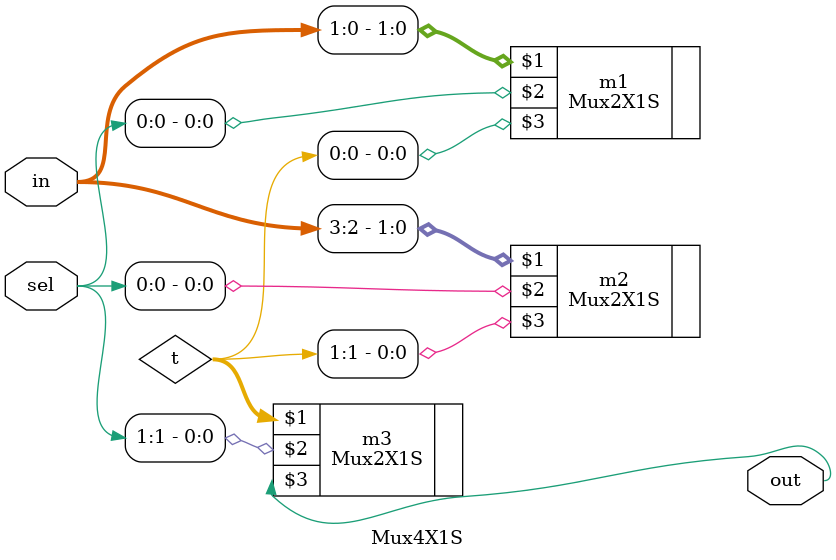
<source format=v>
`timescale 1ns / 1ps


module Mux4X1S(in,sel,out);
input [3:0]in;
input [1:0]sel;
output out;
wire [1:0]t;

Mux2X1S m1(in[1:0],sel[0],t[0]);
Mux2X1S m2(in[3:2],sel[0],t[1]);
Mux2X1S m3(t,sel[1],out);

endmodule

</source>
